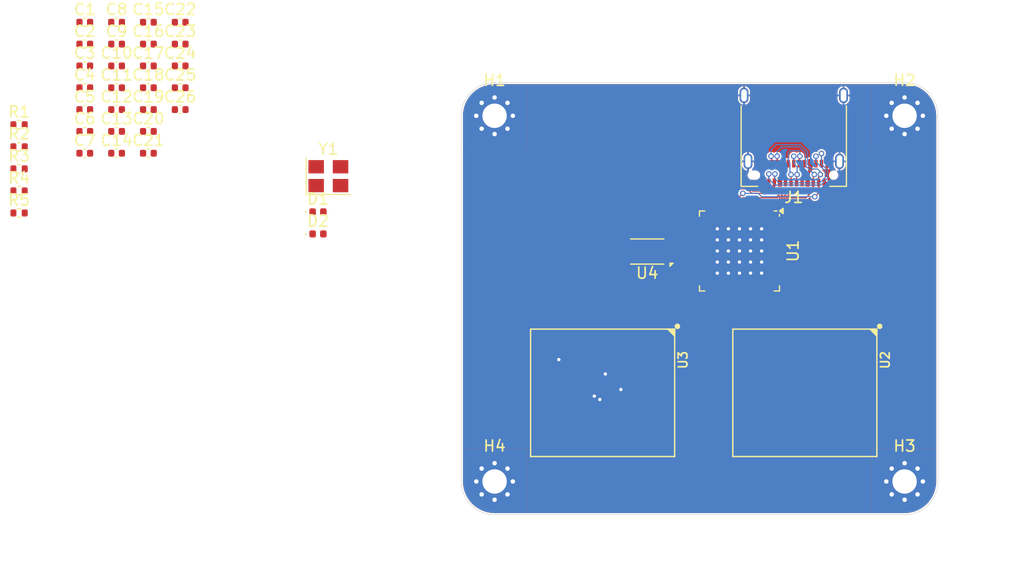
<source format=kicad_pcb>
(kicad_pcb (version 20240108) (generator "pcbnew") (generator_version "8.0")
  (layers (0 "F.Cu" signal) (31 "B.Cu" signal) (34 "B.Paste" user) (35 "F.Paste" user) (36 "B.SilkS" user "B.Silkscreen") (37 "F.SilkS" user "F.Silkscreen") (38 "B.Mask" user) (39 "F.Mask" user) (44 "Edge.Cuts" user))
  (net 0 "")
  (net 1 "GND")
  (net 2 "VBUS")
  (net 3 "VUHS")
  (net 4 "+3V3")
  (net 5 "+1V2")
  (net 6 "SDVCC")
  (net 7 "Net-(U2-VDDI)")
  (net 8 "Net-(U3-VDDI)")
  (net 9 "/X2")
  (net 10 "/X1")
  (net 11 "Net-(D1-A)")
  (net 12 "Net-(D2-A)")
  (net 13 "/USB_TXN")
  (net 14 "/USB_RXP")
  (net 15 "/USB_TXP")
  (net 16 "/USB_RXN")
  (net 19 "Net-(J1-CC2)")
  (net 20 "Net-(J1-CC1)")
  (net 21 "/USB_DP")
  (net 22 "/USB_DM")
  (net 23 "Net-(U1-RTERM)")
  (net 24 "/LED")
  (net 25 "/EMMC_D5")
  (net 27 "/EMMC_D2")
  (net 28 "/FLASH_CLK")
  (net 29 "/EMMC_D1")
  (net 30 "/EMMC1_CS")
  (net 32 "/FLASH_CS")
  (net 33 "/EMMC_CLK")
  (net 35 "/EMMC1_RST")
  (net 36 "/EMMC_D0")
  (net 37 "/EMMC_D4")
  (net 39 "/EMMC_D7")
  (net 40 "/EMMC_D3")
  (net 43 "/FLASH_MISO")
  (net 44 "/FLASH_MOSI")
  (net 45 "/EMMC_D6")
  (net 46 "/EMMC0_CS")
  (net 47 "/EMMC0_RST")
  (footprint "Capacitor_SMD:C_0402_1005Metric" (layer "F.Cu") (at 23.02 41.41)
    (property "Reference" "C6")
    (property "Value" "1u")
  )
  (footprint "MountingHole:MountingHole_2.2mm_M2_Pad_Via" (layer "F.Cu") (at 60 73)
    (property "Reference" "H4")
    (property "Value" "MountingHole_Pad")
  )
  (footprint "Resistor_SMD:R_0402_1005Metric" (layer "F.Cu") (at 17.09 46.78)
    (property "Reference" "R4")
    (property "Value" "330")
  )
  (footprint "Capacitor_SMD:C_0402_1005Metric" (layer "F.Cu") (at 31.63 31.56)
    (property "Reference" "C22")
    (property "Value" "2.2u")
  )
  (footprint "Capacitor_SMD:C_0402_1005Metric" (layer "F.Cu") (at 28.76 39.44)
    (property "Reference" "C19")
    (property "Value" "2.2u")
  )
  (footprint "Resistor_SMD:R_0402_1005Metric" (layer "F.Cu") (at 17.09 48.77)
    (property "Reference" "R5")
    (property "Value" "330")
  )
  (footprint "Capacitor_SMD:C_0402_1005Metric" (layer "F.Cu") (at 28.76 33.53)
    (property "Reference" "C16")
    (property "Value" "2.2u")
  )
  (footprint "Capacitor_SMD:C_0402_1005Metric" (layer "F.Cu") (at 31.63 39.44)
    (property "Reference" "C26")
    (property "Value" "25p")
  )
  (footprint "LED_SMD:LED_0402_1005Metric" (layer "F.Cu") (at 44.065 48.67)
    (property "Reference" "D1")
    (property "Value" "EMERALD")
  )
  (footprint "Capacitor_SMD:C_0402_1005Metric" (layer "F.Cu") (at 23.02 33.53)
    (property "Reference" "C2")
    (property "Value" "1u")
  )
  (footprint "Capacitor_SMD:C_0402_1005Metric" (layer "F.Cu") (at 23.02 35.5)
    (property "Reference" "C3")
    (property "Value" "1u")
  )
  (footprint "Capacitor_SMD:C_0402_1005Metric" (layer "F.Cu") (at 23.02 37.47)
    (property "Reference" "C4")
    (property "Value" "100n")
  )
  (footprint "Capacitor_SMD:C_0402_1005Metric" (layer "F.Cu") (at 25.89 43.38)
    (property "Reference" "C14")
    (property "Value" "2.2u")
  )
  (footprint "Capacitor_SMD:C_0402_1005Metric" (layer "F.Cu") (at 31.63 37.47)
    (property "Reference" "C25")
    (property "Value" "25p")
  )
  (footprint "Connector_USB:USB_C_Receptacle_Amphenol_12401610E4-2A" (layer "F.Cu") (at 87 41 180)
    (property "Reference" "J1")
    (property "Value" "USB_C_Receptacle")
  )
  (footprint "Capacitor_SMD:C_0402_1005Metric" (layer "F.Cu") (at 28.76 43.38)
    (property "Reference" "C21")
    (property "Value" "2.2u")
  )
  (footprint "Package_DFN_QFN:QFN-48-1EP_7x7mm_P0.5mm_EP5.15x5.15mm" (layer "F.Cu") (at 82.1 52.2 -90)
    (property "Reference" "U1")
    (property "Value" "GL3224")
  )
  (footprint "MountingHole:MountingHole_2.2mm_M2_Pad_Via" (layer "F.Cu") (at 97 40)
    (property "Reference" "H2")
    (property "Value" "MountingHole_Pad")
  )
  (footprint "Capacitor_SMD:C_0402_1005Metric" (layer "F.Cu") (at 25.89 41.41)
    (property "Reference" "C13")
    (property "Value" "100n")
  )
  (footprint "Capacitor_SMD:C_0402_1005Metric" (layer "F.Cu") (at 28.76 31.56)
    (property "Reference" "C15")
    (property "Value" "2.2u")
  )
  (footprint "Capacitor_SMD:C_0402_1005Metric" (layer "F.Cu") (at 28.76 35.5)
    (property "Reference" "C17")
    (property "Value" "2.2u")
  )
  (footprint "Capacitor_SMD:C_0402_1005Metric" (layer "F.Cu") (at 25.89 33.53)
    (property "Reference" "C9")
    (property "Value" "4.7u")
  )
  (footprint "Capacitor_SMD:C_0402_1005Metric" (layer "F.Cu") (at 25.89 35.5)
    (property "Reference" "C10")
    (property "Value" "1u")
  )
  (footprint "Capacitor_SMD:C_0402_1005Metric" (layer "F.Cu") (at 25.89 39.44)
    (property "Reference" "C12")
    (property "Value" "2.2u")
  )
  (footprint "MountingHole:MountingHole_2.2mm_M2_Pad_Via" (layer "F.Cu") (at 60 40)
    (property "Reference" "H1")
    (property "Value" "MountingHole_Pad")
  )
  (footprint "Capacitor_SMD:C_0402_1005Metric" (layer "F.Cu") (at 23.02 31.56)
    (property "Reference" "C1")
    (property "Value" "4.7u")
  )
  (footprint "MountingHole:MountingHole_2.2mm_M2_Pad_Via" (layer "F.Cu") (at 97 73)
    (property "Reference" "H3")
    (property "Value" "MountingHole_Pad")
  )
  (footprint "Capacitor_SMD:C_0402_1005Metric" (layer "F.Cu") (at 31.63 33.53)
    (property "Reference" "C23")
    (property "Value" "2.2u")
  )
  (footprint "Crystal:Crystal_SMD_3225-4Pin_3.2x2.5mm" (layer "F.Cu") (at 45 45.45)
    (property "Reference" "Y1")
    (property "Value" "25MHz")
  )
  (footprint "eMMC:MICRON_EMMC_153" (layer "F.Cu") (at 88 65 -90)
    (property "Reference" "U2")
    (property "Value" "ZDEMDCM064G-95A8")
  )
  (footprint "Package_SON:Winbond_USON-8-1EP_3x2mm_P0.5mm_EP0.2x1.6mm" (layer "F.Cu") (at 73.775 52.25 180)
    (property "Reference" "U4")
    (property "Value" "GD25Q32EEIGR")
  )
  (footprint "Resistor_SMD:R_0402_1005Metric" (layer "F.Cu") (at 17.09 44.79)
    (property "Reference" "R3")
    (property "Value" "680")
  )
  (footprint "Resistor_SMD:R_0402_1005Metric" (layer "F.Cu") (at 17.09 42.8)
    (property "Reference" "R2")
    (property "Value" "5.1k")
  )
  (footprint "Capacitor_SMD:C_0402_1005Metric" (layer "F.Cu") (at 23.02 39.44)
    (property "Reference" "C5")
    (property "Value" "1u")
  )
  (footprint "Capacitor_SMD:C_0402_1005Metric" (layer "F.Cu") (at 31.63 35.5)
    (property "Reference" "C24")
    (property "Value" "0.1u")
  )
  (footprint "Capacitor_SMD:C_0402_1005Metric" (layer "F.Cu") (at 28.76 37.47)
    (property "Reference" "C18")
    (property "Value" "2.2u")
  )
  (footprint "Capacitor_SMD:C_0402_1005Metric" (layer "F.Cu") (at 25.89 31.56)
    (property "Reference" "C8")
    (property "Value" "4.7u")
  )
  (footprint "Capacitor_SMD:C_0402_1005Metric" (layer "F.Cu") (at 28.76 41.41)
    (property "Reference" "C20")
    (property "Value" "2.2u")
  )
  (footprint "eMMC:MICRON_EMMC_153" (layer "F.Cu") (at 69.75 65 -90)
    (property "Reference" "U3")
    (property "Value" "ZDEMDCM064G-95A8")
  )
  (footprint "Resistor_SMD:R_0402_1005Metric" (layer "F.Cu") (at 17.09 40.81)
    (property "Reference" "R1")
    (property "Value" "5.1k")
  )
  (footprint "LED_SMD:LED_0402_1005Metric" (layer "F.Cu") (at 44.065 50.66)
    (property "Reference" "D2")
    (property "Value" "GREEN")
  )
  (footprint "Capacitor_SMD:C_0402_1005Metric" (layer "F.Cu") (at 23.02 43.38)
    (property "Reference" "C7")
    (property "Value" "100n")
  )
  (footprint "Capacitor_SMD:C_0402_1005Metric" (layer "F.Cu") (at 25.89 37.47)
    (property "Reference" "C11")
    (property "Value" "100n")
  )
  (gr_line (start 100 73) (end 100 40) (stroke (width 0.05)) (layer "Edge.Cuts"))
  (gr_line (start 97 37) (end 60 37) (stroke (width 0.05)) (layer "Edge.Cuts"))
  (gr_line (start 60 76) (end 97 76) (stroke (width 0.05)) (layer "Edge.Cuts"))
  (gr_arc (start 57 40) (mid 57.87868 37.87868) (end 60 37) (stroke (width 0.05)) (layer "Edge.Cuts"))
  (gr_arc (start 60 76) (mid 57.87868 75.12132) (end 57 73) (stroke (width 0.05)) (layer "Edge.Cuts"))
  (gr_arc (start 100 73) (mid 99.12132 75.12132) (end 97 76) (stroke (width 0.05)) (layer "Edge.Cuts"))
  (gr_arc (start 97 37) (mid 99.12132 37.87868) (end 100 40) (stroke (width 0.05)) (layer "Edge.Cuts"))
  (gr_line (start 57 40) (end 57 73) (stroke (width 0.05)) (layer "Edge.Cuts"))
  (segment (start 68.95 65.25) (end 69 65.3) (width 0.1) (layer "F.Cu") (net 1))
  (segment (start 67 62.25) (end 66.75 62) (width 0.1) (layer "F.Cu") (net 1))
  (segment (start 69.5 66.25) (end 69.5 65.6) (width 0.1) (layer "F.Cu") (net 1))
  (segment (start 71.35 64.75) (end 71.4 64.7) (width 0.1) (layer "F.Cu") (net 1))
  (segment (start 71 64.75) (end 71.35 64.75) (width 0.1) (layer "F.Cu") (net 1))
  (segment (start 66.75 62) (end 65.8 62) (width 0.1) (layer "F.Cu") (net 1))
  (segment (start 70 63.75) (end 70 63.3) (width 0.1) (layer "F.Cu") (net 1))
  (segment (start 68.5 65.25) (end 68.95 65.25) (width 0.1) (layer "F.Cu") (net 1))
  (via (at 80.1 53.2) (size 0.5) (drill 0.3) (layers "F.Cu" "B.Cu") (net 1))
  (via (at 83.1 52.2) (size 0.5) (drill 0.3) (layers "F.Cu" "B.Cu") (net 1))
  (via (at 84.1 53.2) (size 0.5) (drill 0.3) (layers "F.Cu" "B.Cu") (net 1))
  (via (at 81.1 52.2) (size 0.5) (drill 0.3) (layers "F.Cu" "B.Cu") (net 1))
  (via (at 80.1 51.2) (size 0.5) (drill 0.3) (layers "F.Cu" "B.Cu") (net 1))
  (via (at 83.1 51.2) (size 0.5) (drill 0.3) (layers "F.Cu" "B.Cu") (net 1))
  (via (at 71.4 64.7) (size 0.5) (drill 0.3) (layers "F.Cu" "B.Cu") (net 1))
  (via (at 83.1 54.2) (size 0.5) (drill 0.3) (layers "F.Cu" "B.Cu") (net 1))
  (via (at 84.1 52.2) (size 0.5) (drill 0.3) (layers "F.Cu" "B.Cu") (net 1))
  (via (at 82.1 53.2) (size 0.5) (drill 0.3) (layers "F.Cu" "B.Cu") (net 1))
  (via (at 81.1 53.2) (size 0.5) (drill 0.3) (layers "F.Cu" "B.Cu") (net 1))
  (via (at 83.1 50.2) (size 0.5) (drill 0.3) (layers "F.Cu" "B.Cu") (net 1))
  (via (at 82.1 52.2) (size 0.5) (drill 0.3) (layers "F.Cu" "B.Cu") (net 1))
  (via (at 65.8 62) (size 0.5) (drill 0.3) (layers "F.Cu" "B.Cu") (net 1))
  (via (at 84.1 50.2) (size 0.5) (drill 0.3) (layers "F.Cu" "B.Cu") (net 1))
  (via (at 81.1 50.2) (size 0.5) (drill 0.3) (layers "F.Cu" "B.Cu") (net 1))
  (via (at 70 63.3) (size 0.5) (drill 0.3) (layers "F.Cu" "B.Cu") (net 1))
  (via (at 84.1 54.2) (size 0.5) (drill 0.3) (layers "F.Cu" "B.Cu") (net 1))
  (via (at 80.1 52.2) (size 0.5) (drill 0.3) (layers "F.Cu" "B.Cu") (net 1))
  (via (at 82.1 50.2) (size 0.5) (drill 0.3) (layers "F.Cu" "B.Cu") (net 1))
  (via (at 80.1 54.2) (size 0.5) (drill 0.3) (layers "F.Cu" "B.Cu") (net 1))
  (via (at 69 65.3) (size 0.5) (drill 0.3) (layers "F.Cu" "B.Cu") (net 1))
  (via (at 83.1 53.2) (size 0.5) (drill 0.3) (layers "F.Cu" "B.Cu") (net 1))
  (via (at 82.1 54.2) (size 0.5) (drill 0.3) (layers "F.Cu" "B.Cu") (net 1))
  (via (at 81.1 54.2) (size 0.5) (drill 0.3) (layers "F.Cu" "B.Cu") (net 1))
  (via (at 69.5 65.6) (size 0.5) (drill 0.3) (layers "F.Cu" "B.Cu") (net 1))
  (via (at 84.1 51.2) (size 0.5) (drill 0.3) (layers "F.Cu" "B.Cu") (net 1))
  (via (at 82.1 51.2) (size 0.5) (drill 0.3) (layers "F.Cu" "B.Cu") (net 1))
  (via (at 81.1 51.2) (size 0.5) (drill 0.3) (layers "F.Cu" "B.Cu") (net 1))
  (via (at 80.1 50.2) (size 0.5) (drill 0.3) (layers "F.Cu" "B.Cu") (net 1))
  (segment (start 85.86 47.4) (end 85.86 47.24) (width 0.1) (layer "F.Cu") (net 13))
  (segment (start 85.5 44.32) (end 85.5 43.65) (width 0.1) (layer "F.Cu") (net 13))
  (segment (start 86.01 47.24) (end 86.01 47.4) (width 0.1) (layer "F.Cu") (net 13))
  (segment (start 86.46 47.56) (end 86.46 47.4) (width 0.1) (layer "F.Cu") (net 13))
  (segment (start 86.52 47.18) (end 86.55 47.18) (width 0.1) (layer "F.Cu") (net 13))
  (segment (start 88.75 46.75) (end 88.75 46.02) (width 0.1) (layer "F.Cu") (net 13))
  (segment (start 81.85 48.7625) (end 81.85 47.95) (width 0.1) (layer "F.Cu") (net 13))
  (segment (start 81.85 47.95) (end 82.4 47.4) (width 0.1) (layer "F.Cu") (net 13))
  (segment (start 85.56 47.34) (end 85.56 47.24) (width 0.1) (layer "F.Cu") (net 13))
  (segment (start 86.31 47.24) (end 86.31 47.4) (width 0.1) (layer "F.Cu") (net 13))
  (segment (start 86.46 47.4) (end 86.46 47.34) (width 0.1) (layer "F.Cu") (net 13))
  (segment (start 86.07 47.62) (end 86.1 47.62) (width 0.1) (layer "F.Cu") (net 13))
  (segment (start 86.46 47.34) (end 86.46 47.24) (width 0.1) (layer "F.Cu") (net 13))
  (segment (start 88.75 45.4) (end 88.85 45.3) (width 0.1) (layer "F.Cu") (net 13))
  (segment (start 86.67 47.4) (end 86.7 47.4) (width 0.1) (layer "F.Cu") (net 13))
  (segment (start 86.16 47.56) (end 86.16 47.4) (width 0.1) (layer "F.Cu") (net 13))
  (segment (start 86.31 47.4) (end 86.31 47.56) (width 0.1) (layer "F.Cu") (net 13))
  (segment (start 86.37 47.62) (end 86.4 47.62) (width 0.1) (layer "F.Cu") (net 13))
  (segment (start 86.61 47.24) (end 86.61 47.34) (width 0.1) (layer "F.Cu") (net 13))
  (segment (start 85.86 47.56) (end 85.86 47.4) (width 0.1) (layer "F.Cu") (net 13))
  (segment (start 85.62 47.18) (end 85.65 47.18) (width 0.1) (layer "F.Cu") (net 13))
  (segment (start 88.1 47.4) (end 88.75 46.75) (width 0.1) (layer "F.Cu") (net 13))
  (segment (start 86.22 47.18) (end 86.25 47.18) (width 0.1) (layer "F.Cu") (net 13))
  (segment (start 85.71 47.4) (end 85.71 47.56) (width 0.1) (layer "F.Cu") (net 13))
  (segment (start 86.01 47.4) (end 86.01 47.56) (width 0.1) (layer "F.Cu") (net 13))
  (segment (start 86.9 47.4) (end 88.1 47.4) (width 0.1) (layer "F.Cu") (net 13))
  (segment (start 86.7 47.4) (end 86.9 47.4) (width 0.1) (layer "F.Cu") (net 13))
  (segment (start 85.71 47.24) (end 85.71 47.34) (width 0.1) (layer "F.Cu") (net 13))
  (segment (start 85.77 47.62) (end 85.8 47.62) (width 0.1) (layer "F.Cu") (net 13))
  (segment (start 88.75 46.02) (end 88.75 45.4) (width 0.1) (layer "F.Cu") (net 13))
  (segment (start 85.92 47.18) (end 85.95 47.18) (width 0.1) (layer "F.Cu") (net 13))
  (segment (start 86.16 47.4) (end 86.16 47.24) (width 0.1) (layer "F.Cu") (net 13))
  (segment (start 85.71 47.34) (end 85.71 47.4) (width 0.1) (layer "F.Cu") (net 13))
  (segment (start 82.4 47.4) (end 85.5 47.4) (width 0.1) (layer "F.Cu") (net 13))
  (via (at 85.5 43.65) (size 0.5) (drill 0.3) (layers "F.Cu" "B.Cu") (net 13))
  (via (at 88.85 45.3) (size 0.5) (drill 0.3) (layers "F.Cu" "B.Cu") (net 13))
  (arc (start 86.55 47.18) (mid 86.592426 47.197574) (end 86.61 47.24) (width 0.1) (layer "F.Cu") (net 13))
  (arc (start 85.86 47.24) (mid 85.877574 47.197574) (end 85.92 47.18) (width 0.1) (layer "F.Cu") (net 13))
  (arc (start 86.4 47.62) (mid 86.442426 47.602426) (end 86.46 47.56) (width 0.1) (layer "F.Cu") (net 13))
  (arc (start 86.01 47.56) (mid 86.027574 47.602426) (end 86.07 47.62) (width 0.1) (layer "F.Cu") (net 13))
  (arc (start 85.65 47.18) (mid 85.692426 47.197574) (end 85.71 47.24) (width 0.1) (layer "F.Cu") (net 13))
  (arc (start 85.56 47.24) (mid 85.577574 47.197574) (end 85.62 47.18) (width 0.1) (layer "F.Cu") (net 13))
  (arc (start 85.8 47.62) (mid 85.842426 47.602426) (end 85.86 47.56) (width 0.1) (layer "F.Cu") (net 13))
  (arc (start 86.46 47.24) (mid 86.477574 47.197574) (end 86.52 47.18) (width 0.1) (layer "F.Cu") (net 13))
  (arc (start 85.95 47.18) (mid 85.992426 47.197574) (end 86.01 47.24) (width 0.1) (layer "F.Cu") (net 13))
  (arc (start 86.25 47.18) (mid 86.292426 47.197574) (end 86.31 47.24) (width 0.1) (layer "F.Cu") (net 13))
  (arc (start 85.71 47.56) (mid 85.727574 47.602426) (end 85.77 47.62) (width 0.1) (layer "F.Cu") (net 13))
  (arc (start 86.16 47.24) (mid 86.177574 47.197574) (end 86.22 47.18) (width 0.1) (layer "F.Cu") (net 13))
  (arc (start 85.5 47.4) (mid 85.542426 47.382426) (end 85.56 47.34) (width 0.1) (layer "F.Cu") (net 13))
  (arc (start 86.31 47.56) (mid 86.327574 47.602426) (end 86.37 47.62) (width 0.1) (layer "F.Cu") (net 13))
  (arc (start 86.61 47.34) (mid 86.627574 47.382426) (end 86.67 47.4) (width 0.1) (layer "F.Cu") (net 13))
  (arc (start 86.1 47.62) (mid 86.142426 47.602426) (end 86.16 47.56) (width 0.1) (layer "F.Cu") (net 13))
  (segment (start 85.9 42.8) (end 85.5 43.2) (width 0.1) (layer "B.Cu") (net 13))
  (segment (start 87.5 42.8) (end 85.9 42.8) (width 0.1) (layer "B.Cu") (net 13))
  (segment (start 88.05 44.5) (end 88.05 43.35) (width 0.1) (layer "B.Cu") (net 13))
  (segment (start 88.85 45.3) (end 88.05 44.5) (width 0.1) (layer "B.Cu") (net 13))
  (segment (start 85.5 43.2) (end 85.5 43.65) (width 0.1) (layer "B.Cu") (net 13))
  (segment (start 88.05 43.35) (end 87.5 42.8) (width 0.1) (layer "B.Cu") (net 13))
  (segment (start 82.74638 46.34) (end 82.74638 46.24) (width 0.1) (layer "F.Cu") (net 14))
  (segment (start 84.75 46.4) (end 84.35 46.8) (width 0.1) (layer "F.Cu") (net 14))
  (segment (start 80.7 46.4) (end 79.85 47.25) (width 0.1) (layer "F.Cu") (net 14))
  (segment (start 89.499999 43.400001) (end 89.5 43.4) (width 0.1) (layer "F.Cu") (net 14))
  (segment (start 83.3 46.8) (end 82.9 46.4) (width 0.1) (layer "F.Cu") (net 14))
  (segment (start 82.14638 46.34) (end 82.14638 46.24) (width 0.1) (layer "F.Cu") (net 14))
  (segment (start 84.35 46.8) (end 83.3 46.8) (width 0.1) (layer "F.Cu") (net 14))
  (segment (start 82.44638 46.34) (end 82.44638 46.24) (width 0.1) (layer "F.Cu") (net 14))
  (segment (start 81.90638 46.4) (end 81.7 46.4) (width 0.1) (layer "F.Cu") (net 14))
  (segment (start 81.93638 46.4) (end 81.90638 46.4) (width 0.1) (layer "F.Cu") (net 14))
  (segment (start 84.75 46.02) (end 84.75 45.25) (width 0.1) (layer "F.Cu") (net 14))
  (segment (start 84.75 46.02) (end 84.75 46.4) (width 0.1) (layer "F.Cu") (net 14))
  (segment (start 82.59638 46.24) (end 82.59638 46.34) (width 0.1) (layer "F.Cu") (net 14))
  (segment (start 82.68638 46.18) (end 82.65638 46.18) (width 0.1) (layer "F.Cu") (net 14))
  (segment (start 82.08638 46.18) (end 82.05638 46.18) (width 0.1) (layer "F.Cu") (net 14))
  (segment (start 82.53638 46.4) (end 82.50638 46.4) (width 0.1) (layer "F.Cu") (net 14))
  (segment (start 82.29638 46.24) (end 82.29638 46.34) (width 0.1) (layer "F.Cu") (net 14))
  (segment (start 81.99638 46.24) (end 81.99638 46.34) (width 0.1) (layer "F.Cu") (net 14))
  (segment (start 82.9 46.4) (end 82.80638 46.4) (width 0.1) (layer "F.Cu") (net 14))
  (segment (start 89.499999 44.32) (end 89.499999 43.400001) (width 0.1) (layer "F.Cu") (net 14))
  (segment (start 79.85 47.25) (end 79.85 48.7625) (width 0.1) (layer "F.Cu") (net 14))
  (segment (start 82.38638 46.18) (end 82.35638 46.18) (width 0.1) (layer "F.Cu") (net 14))
  (segment (start 82.23638 46.4) (end 82.20638 46.4) (width 0.1) (layer "F.Cu") (net 14))
  (segment (start 81.7 46.4) (end 80.7 46.4) (width 0.1) (layer "F.Cu") (net 14))
  (via (at 84.75 45.25) (size 0.5) (drill 0.3) (layers "F.Cu" "B.Cu") (net 14))
  (via (at 89.5 43.4) (size 0.5) (drill 0.3) (layers "F.Cu" "B.Cu") (net 14))
  (arc (start 82.29638 46.34) (mid 82.278806 46.382426) (end 82.23638 46.4) (width 0.1) (layer "F.Cu") (net 14))
  (arc (start 82.05638 46.18) (mid 82.013954 46.197574) (end 81.99638 46.24) (width 0.1) (layer "F.Cu") (net 14))
  (arc (start 82.74638 46.24) (mid 82.728806 46.197574) (end 82.68638 46.18) (width 0.1) (layer "F.Cu") (net 14))
  (arc (start 82.35638 46.18) (mid 82.313954 46.197574) (end 82.29638 46.24) (width 0.1) (layer "F.Cu") (net 14))
  (arc (start 82.80638 46.4) (mid 82.763954 46.382426) (end 82.74638 46.34) (width 0.1) (layer "F.Cu") (net 14))
  (arc (start 82.20638 46.4) (mid 82.163954 46.382426) (end 82.14638 46.34) (width 0.1) (layer "F.Cu") (net 14))
  (arc (start 82.50638 46.4) (mid 82.463954 46.382426) (end 82.44638 46.34) (width 0.1) (layer "F.Cu") (net 14))
  (arc (start 82.59638 46.34) (mid 82.578806 46.382426) (end 82.53638 46.4) (width 0.1) (layer "F.Cu") (net 14))
  (arc (start 82.44638 46.24) (mid 82.428806 46.197574) (end 82.38638 46.18) (width 0.1) (layer "F.Cu") (net 14))
  (arc (start 82.14638 46.24) (mid 82.128806 46.197574) (end 82.08638 46.18) (width 0.1) (layer "F.Cu") (net 14))
  (arc (start 82.65638 46.18) (mid 82.613954 46.197574) (end 82.59638 46.24) (width 0.1) (layer "F.Cu") (net 14))
  (arc (start 81.99638 46.34) (mid 81.978806 46.382426) (end 81.93638 46.4) (width 0.1) (layer "F.Cu") (net 14))
  (segment (start 84.75 45.7) (end 85.3 46.25) (width 0.1) (layer "B.Cu") (net 14))
  (segment (start 85.3 46.25) (end 89.45 46.25) (width 0.1) (layer "B.Cu") (net 14))
  (segment (start 89.45 46.25) (end 90.05 45.65) (width 0.1) (layer "B.Cu") (net 14))
  (segment (start 90.05 45.65) (end 90.05 44.9) (width 0.1) (layer "B.Cu") (net 14))
  (segment (start 84.75 45.25) (end 84.75 45.7) (width 0.1) (layer "B.Cu") (net 14))
  (segment (start 89.5 44.35) (end 89.5 43.4) (width 0.1) (layer "B.Cu") (net 14))
  (segment (start 90.05 44.9) (end 89.5 44.35) (width 0.1) (layer "B.Cu") (net 14))
  (segment (start 89.25 46.02) (end 89.25 46.95) (width 0.1) (layer "F.Cu") (net 15))
  (segment (start 85 44.32) (end 85 43.700003) (width 0.1) (layer "F.Cu") (net 15))
  (segment (start 89.25 46.95) (end 88.9 47.3) (width 0.1) (layer "F.Cu") (net 15))
  (segment (start 89.25 46.02) (end 89.25 45.45) (width 0.1) (layer "F.Cu") (net 15))
  (segment (start 89.25 45.45) (end 89.4 45.3) (width 0.1) (layer "F.Cu") (net 15))
  (segment (start 81.349999 48.050001) (end 82.4 47) (width 0.1) (layer "F.Cu") (net 15))
  (segment (start 85 43.700003) (end 84.949997 43.65) (width 0.1) (layer "F.Cu") (net 15))
  (segment (start 81.349999 48.7625) (end 81.349999 48.050001) (width 0.1) (layer "F.Cu") (net 15))
  (via (at 89.4 45.3) (size 0.5) (drill 0.3) (layers "F.Cu" "B.Cu") (net 15))
  (via (at 84.949997 43.65) (size 0.5) (drill 0.3) (layers "F.Cu" "B.Cu") (net 15))
  (via (at 82.4 47) (size 0.5) (drill 0.3) (layers "F.Cu" "B.Cu") (net 15))
  (via (at 88.9 47.3) (size 0.5) (drill 0.3) (layers "F.Cu" "B.Cu") (net 15))
  (segment (start 85.4 42.6) (end 84.95 43.05) (width 0.1) (layer "B.Cu") (net 15))
  (segment (start 89.4 45.3) (end 89.4 45.05) (width 0.1) (layer "B.Cu") (net 15))
  (segment (start 88.65 44.8) (end 88.25 44.4) (width 0.1) (layer "B.Cu") (net 15))
  (segment (start 87.6 42.6) (end 85.4 42.6) (width 0.1) (layer "B.Cu") (net 15))
  (segment (start 84.1 47.3) (end 83.8 47) (width 0.1) (layer "B.Cu") (net 15))
  (segment (start 89.4 45.05) (end 89.15 44.8) (width 0.1) (layer "B.Cu") (net 15))
  (segment (start 89.15 44.8) (end 88.65 44.8) (width 0.1) (layer "B.Cu") (net 15))
  (segment (start 88.25 44.4) (end 88.25 43.25) (width 0.1) (layer "B.Cu") (net 15))
  (segment (start 84.95 43.05) (end 84.95 43.15) (width 0.1) (layer "B.Cu") (net 15))
  (segment (start 84.949997 43.150003) (end 84.949997 43.65) (width 0.1) (layer "B.Cu") (net 15))
  (segment (start 84.95 43.15) (end 84.949997 43.150003) (width 0.1) (layer "B.Cu") (net 15))
  (segment (start 83.8 47) (end 82.4 47) (width 0.1) (layer "B.Cu") (net 15))
  (segment (start 88.25 43.25) (end 87.6 42.6) (width 0.1) (layer "B.Cu") (net 15))
  (segment (start 88.9 47.3) (end 84.1 47.3) (width 0.1) (layer "B.Cu") (net 15))
  (segment (start 80.534313 47.165688) (end 80.45 47.25) (width 0.1) (layer "F.Cu") (net 16))
  (segment (start 81.671598 46.86) (end 81.641598 46.86) (width 0.1) (layer "F.Cu") (net 16))
  (segment (start 81.057574 47.010122) (end 81.03636 47.031337) (width 0.1) (layer "F.Cu") (net 16))
  (segment (start 80.704018 46.995979) (end 80.704019 46.995981) (width 0.1) (layer "F.Cu") (net 16))
  (segment (start 84.9 47) (end 83.2 47) (width 0.1) (layer "F.Cu") (net 16))
  (segment (start 81.581598 46.8) (end 81.581598 46.66) (width 0.1) (layer "F.Cu") (net 16))
  (segment (start 80.562597 46.854558) (end 80.704018 46.995979) (width 0.1) (layer "F.Cu") (net 16))
  (segment (start 80.746446 47.038408) (end 80.845441 47.137403) (width 0.1) (layer "F.Cu") (net 16))
  (segment (start 85.25 46.65) (end 84.9 47) (width 0.1) (layer "F.Cu") (net 16))
  (segment (start 85.25 46.02) (end 85.25 46.65) (width 0.1) (layer "F.Cu") (net 16))
  (segment (start 80.84544 47.222257) (end 80.824228 47.24347) (width 0.1) (layer "F.Cu") (net 16))
  (segment (start 80.852514 46.932342) (end 80.668664 46.748492) (width 0.1) (layer "F.Cu") (net 16))
  (segment (start 80.350001 47.349999) (end 80.350001 48.7625) (width 0.1) (layer "F.Cu") (net 16))
  (segment (start 80.951508 47.031336) (end 80.852514 46.932342) (width 0.1) (layer "F.Cu") (net 16))
  (segment (start 82.8 46.6) (end 81.791598 46.6) (width 0.1) (layer "F.Cu") (net 16))
  (segment (start 81.1 46.6) (end 80.958579 46.741421) (width 0.1) (layer "F.Cu") (net 16))
  (segment (start 81.371598 46.86) (end 81.341598 46.86) (width 0.1) (layer "F.Cu") (net 16))
  (segment (start 85.25 45.3) (end 85.3 45.25) (width 0.1) (layer "F.Cu") (net 16))
  (segment (start 81.221598 46.6) (end 81.191598 46.6) (width 0.1) (layer "F.Cu") (net 16))
  (segment (start 85.25 46.02) (end 85.25 45.3) (width 0.1) (layer "F.Cu") (net 16))
  (segment (start 81.281598 46.8) (end 81.281598 46.66) (width 0.1) (layer "F.Cu") (net 16))
  (segment (start 81.191598 46.6) (end 81.1 46.6) (width 0.1) (layer "F.Cu") (net 16))
  (segment (start 80.45 47.25) (end 80.350001 47.349999) (width 0.1) (layer "F.Cu") (net 16))
  (segment (start 81.521598 46.6) (end 81.491598 46.6) (width 0.1) (layer "F.Cu") (net 16))
  (segment (start 80.739374 47.243471) (end 80.64038 47.144477) (width 0.1) (layer "F.Cu") (net 16))
  (segment (start 80.958578 46.826275) (end 81.057573 46.92527) (width 0.1) (layer "F.Cu") (net 16))
  (segment (start 80.704019 46.995981) (end 80.746446 47.038408) (width 0.1) (layer "F.Cu") (net 16))
  (segment (start 80.583811 46.748492) (end 80.562597 46.769705) (width 0.1) (layer "F.Cu") (net 16))
  (segment (start 81.431598 46.66) (end 81.431598 46.8) (width 0.1) (layer "F.Cu") (net 16))
  (segment (start 81.731598 46.66) (end 81.731598 46.8) (width 0.1) (layer "F.Cu") (net 16))
  (segment (start 80.555528 47.144476) (end 80.534313 47.165688) (width 0.1) (layer "F.Cu") (net 16))
  (segment (start 83.2 47) (end 82.8 46.6) (width 0.1) (layer "F.Cu") (net 16))
  (segment (start 89 44.32) (end 89 43.65) (width 0.1) (layer "F.Cu") (net 16))
  (via (at 89 43.65) (size 0.5) (drill 0.3) (layers "F.Cu" "B.Cu") (net 16))
  (via (at 85.3 45.25) (size 0.5) (drill 0.3) (layers "F.Cu" "B.Cu") (net 16))
  (arc (start 81.341598 46.86) (mid 81.299172 46.842426) (end 81.281598 46.8) (width 0.1) (layer "F.Cu") (net 16))
  (arc (start 81.791598 46.6) (mid 81.749172 46.617574) (end 81.731598 46.66) (width 0.1) (layer "F.Cu") (net 16))
  (arc (start 80.562597 46.769705) (mid 80.545024 46.812131) (end 80.562597 46.854558) (width 0.1) (layer "F.Cu") (net 16))
  (arc (start 80.958579 46.741421) (mid 80.941004 46.783849) (end 80.958578 46.826275) (width 0.1) (layer "F.Cu") (net 16))
  (arc (start 81.057573 46.92527) (mid 81.075147 46.967696) (end 81.057574 47.010122) (width 0.1) (layer "F.Cu") (net 16))
  (arc (start 80.668664 46.748492) (mid 80.626238 46.730918) (end 80.583811 46.748492) (width 0.1) (layer "F.Cu") (net 16))
  (arc (start 81.641598 46.86) (mid 81.599172 46.842426) (end 81.581598 46.8) (width 0.1) (layer "F.Cu") (net 16))
  (arc (start 80.824228 47.24347) (mid 80.781801 47.261044) (end 80.739374 47.243471) (width 0.1) (layer "F.Cu") (net 16))
  (arc (start 81.281598 46.66) (mid 81.264024 46.617574) (end 81.221598 46.6) (width 0.1) (layer "F.Cu") (net 16))
  (arc (start 81.731598 46.8) (mid 81.714024 46.842426) (end 81.671598 46.86) (width 0.1) (layer "F.Cu") (net 16))
  (arc (start 81.03636 47.031337) (mid 80.993935 47.048909) (end 80.951508 47.031336) (width 0.1) (layer "F.Cu") (net 16))
  (arc (start 81.581598 46.66) (mid 81.564024 46.617574) (end 81.521598 46.6) (width 0.1) (layer "F.Cu") (net 16))
  (arc (start 80.64038 47.144477) (mid 80.597953 47.126904) (end 80.555528 47.144476) (width 0.1) (layer "F.Cu") (net 16))
  (arc (start 81.431598 46.8) (mid 81.414024 46.842426) (end 81.371598 46.86) (width 0.1) (layer "F.Cu") (net 16))
  (arc (start 81.491598 46.6) (mid 81.449172 46.617574) (end 81.431598 46.66) (width 0.1) (layer "F.Cu") (net 16))
  (arc (start 80.845441 47.137403) (mid 80.863015 47.179829) (end 80.84544 47.222257) (width 0.1) (layer "F.Cu") (net 16))
  (segment (start 89.35 46.05) (end 85.65 46.05) (width 0.1) (layer "B.Cu") (net 16))
  (segment (start 85.3 45.7) (end 85.3 45.25) (width 0.1) (layer "B.Cu") (net 16))
  (segment (start 89.85 45.55) (end 89.35 46.05) (width 0.1) (layer "B.Cu") (net 16))
  (segment (start 89.85 45) (end 89.85 45.55) (width 0.1) (layer "B.Cu") (net 16))
  (segment (start 85.65 46.05) (end 85.3 45.7) (width 0.1) (layer "B.Cu") (net 16))
  (segment (start 89 43.65) (end 89 44.15) (width 0.1) (layer "B.Cu") (net 16))
  (segment (start 89 44.15) (end 89.85 45) (width 0.1) (layer "B.Cu") (net 16))
  (segment (start 87 44.320001) (end 87 43.65) (width 0.1) (layer "F.Cu") (net 21))
  (segment (start 87.25 45.35) (end 87.3 45.3) (width 0.1) (layer "F.Cu") (net 21))
  (segment (start 87.25 46.02) (end 87.25 45.35) (width 0.1) (layer "F.Cu") (net 21))
  (via (at 87.3 45.3) (size 0.5) (drill 0.3) (layers "F.Cu" "B.Cu") (net 21))
  (via (at 87 43.65) (size 0.5) (drill 0.3) (layers "F.Cu" "B.Cu") (net 21))
  (segment (start 87.3 44.6) (end 87 44.3) (width 0.1) (layer "B.Cu") (net 21))
  (segment (start 87.3 45.3) (end 87.3 44.6) (width 0.1) (layer "B.Cu") (net 21))
  (segment (start 87 44.3) (end 87 43.65) (width 0.1) (layer "B.Cu") (net 21))
  (segment (start 87.5 43.7) (end 87.55 43.65) (width 0.1) (layer "F.Cu") (net 22))
  (segment (start 87.5 44.32) (end 87.5 43.7) (width 0.1) (layer "F.Cu") (net 22))
  (segment (start 86.75 46.02) (end 86.75 45.3) (width 0.1) (layer "F.Cu") (net 22))
  (via (at 86.75 45.3) (size 0.5) (drill 0.3) (layers "F.Cu" "B.Cu") (net 22))
  (via (at 87.55 43.65) (size 0.5) (drill 0.3) (layers "F.Cu" "B.Cu") (net 22))
  (segment (start 86.5 43.35) (end 86.7 43.15) (width 0.1) (layer "B.Cu") (net 22))
  (segment (start 86.7 43.15) (end 87.4 43.15) (width 0.1) (layer "B.Cu") (net 22))
  (segment (start 87.55 43.3) (end 87.55 43.65) (width 0.1) (layer "B.Cu") (net 22))
  (segment (start 86.5 44.1) (end 86.5 43.35) (width 0.1) (layer "B.Cu") (net 22))
  (segment (start 87.4 43.15) (end 87.55 43.3) (width 0.1) (layer "B.Cu") (net 22))
  (segment (start 86.75 45.3) (end 86.65 45.2) (width 0.1) (layer "B.Cu") (net 22))
  (segment (start 86.65 45.2) (end 86.65 44.25) (width 0.1) (layer "B.Cu") (net 22))
  (segment (start 86.65 44.25) (end 86.5 44.1) (width 0.1) (layer "B.Cu") (net 22))
  (zone (net 2) (net_name "VBUS") (layer "F.Cu") (priority 3) (connect_pads yes (clearance 0.15)) (min_thickness 0.15) (fill yes (thermal_gap 0.5) (thermal_bridge_width 0.5))
    (polygon (pts (xy 85.5 46.4) (xy 85.5 45.4) (xy 85.8 45.1) (xy 85.8 43.9) (xy 86.2 43.9) (xy 86.2 45.1) (xy 86 45.3) (xy 86 46.4)))
  )
  (zone (net 1) (net_name "GND") (layer "F.Cu") (priority 2) (connect_pads yes (clearance 0.05)) (min_thickness 0.05) (fill yes (thermal_gap 0.5) (thermal_bridge_width 0.5))
    (polygon (pts (xy 94 71) (xy 94 58) (xy 81 58) (xy 81 71)))
  )
  (zone (net 2) (net_name "VBUS") (layer "F.Cu") (priority 3) (connect_pads yes (clearance 0.15)) (min_thickness 0.15) (fill yes (thermal_gap 0.5) (thermal_bridge_width 0.5))
    (polygon (pts (xy 88 46.4) (xy 88 45.4) (xy 88.3 45.1) (xy 88.3 43.9) (xy 88.7 43.9) (xy 88.7 45.1) (xy 88.5 45.3) (xy 88.5 46.4)))
  )
  (zone (net 1) (net_name "GND") (layer "F.Cu") (priority 2) (connect_pads yes (clearance 0.05)) (min_thickness 0.05) (fill yes (thermal_gap 0.5) (thermal_bridge_width 0.5))
    (polygon (pts (xy 76 71) (xy 76 58) (xy 63 58) (xy 63 71)))
  )
  (zone (net 1) (net_name "GND") (layers "F&B.Cu") (priority 1) (connect_pads yes (clearance 0.5)) (min_thickness 0.25) (fill yes (thermal_gap 0.5) (thermal_bridge_width 0.5))
    (polygon (pts (xy 63 77) (xy 63 70) (xy 56 70) (xy 56 77)))
  )
  (zone (net 1) (net_name "GND") (layers "F&B.Cu") (priority 1) (connect_pads yes (clearance 0.5)) (min_thickness 0.25) (fill yes (thermal_gap 0.5) (thermal_bridge_width 0.5))
    (polygon (pts (xy 101 43) (xy 101 36) (xy 94 36) (xy 94 43)))
  )
  (zone (net 1) (net_name "GND") (layers "F&B.Cu") (priority 1) (connect_pads yes (clearance 0.5)) (min_thickness 0.25) (fill yes (thermal_gap 0.5) (thermal_bridge_width 0.5))
    (polygon (pts (xy 101 77) (xy 101 70) (xy 94 70) (xy 94 77)))
  )
  (zone (net 1) (net_name "GND") (layers "F&B.Cu") (connect_pads (clearance 0.15)) (min_thickness 0.15) (fill yes (thermal_gap 0.15) (thermal_bridge_width 0.15))
    (polygon (pts (xy 56 36) (xy 101 36) (xy 101 77) (xy 56 77)))
  )
  (zone (net 1) (net_name "GND") (layers "F&B.Cu") (priority 1) (connect_pads yes (clearance 0.5)) (min_thickness 0.25) (fill yes (thermal_gap 0.5) (thermal_bridge_width 0.5))
    (polygon (pts (xy 63 43) (xy 63 36) (xy 56 36) (xy 56 43)))
  )
)
</source>
